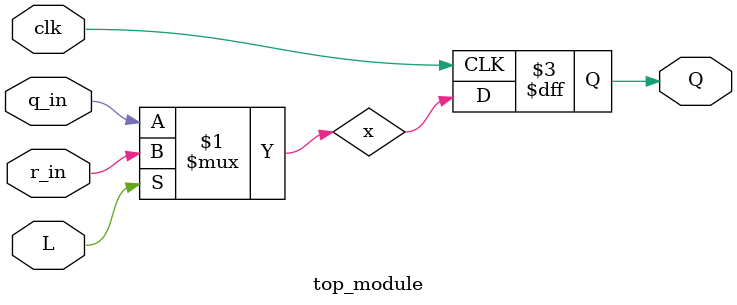
<source format=v>
module top_module (
	input clk,
	input L,
	input r_in,
	input q_in,
	output reg Q);
wire x;
    assign x = L?  r_in : q_in ;
    always @(posedge clk)
        Q<=x;
endmodule

</source>
